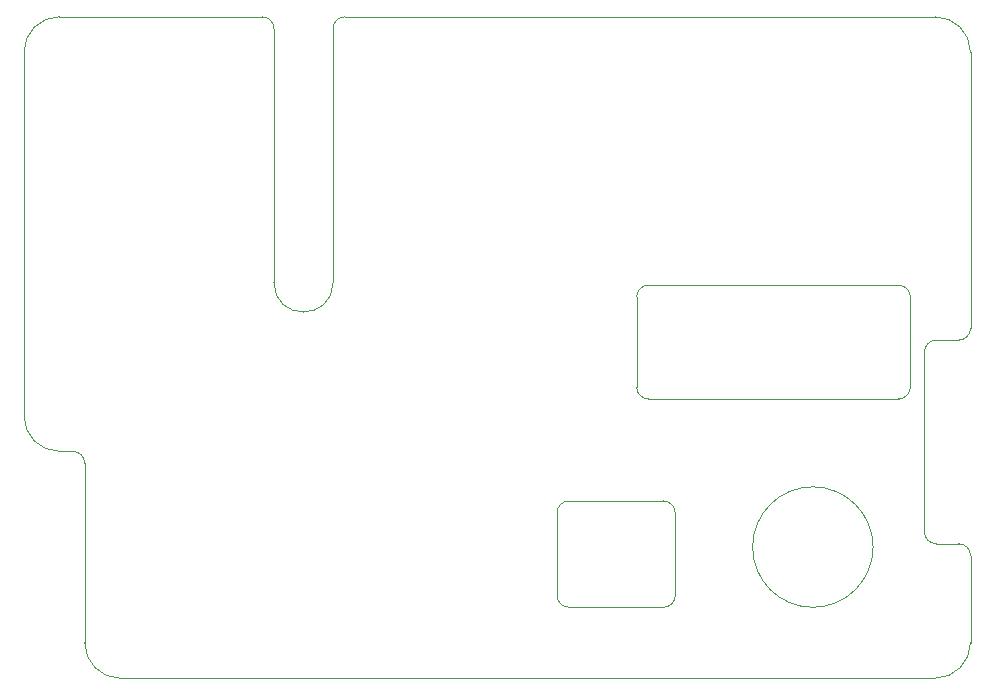
<source format=gbr>
G04 #@! TF.GenerationSoftware,KiCad,Pcbnew,(6.0.1)*
G04 #@! TF.CreationDate,2022-07-27T14:07:59-07:00*
G04 #@! TF.ProjectId,Prime Mover,5072696d-6520-44d6-9f76-65722e6b6963,rev?*
G04 #@! TF.SameCoordinates,Original*
G04 #@! TF.FileFunction,Profile,NP*
%FSLAX46Y46*%
G04 Gerber Fmt 4.6, Leading zero omitted, Abs format (unit mm)*
G04 Created by KiCad (PCBNEW (6.0.1)) date 2022-07-27 14:07:59*
%MOMM*%
%LPD*%
G01*
G04 APERTURE LIST*
G04 #@! TA.AperFunction,Profile*
%ADD10C,0.050000*%
G04 #@! TD*
G04 APERTURE END LIST*
D10*
X18500000Y-13000000D02*
G75*
G03*
X17500000Y-14000000I3J-1000003D01*
G01*
X18500000Y-22000000D02*
X26500000Y-22000000D01*
X17500000Y-14000000D02*
X17500000Y-21000000D01*
X17500000Y-21000000D02*
G75*
G03*
X18500000Y-22000000I1000003J3D01*
G01*
X26500000Y-13000000D02*
X18500000Y-13000000D01*
X27500000Y-14000000D02*
G75*
G03*
X26500000Y-13000000I-1000001J-1D01*
G01*
X26500000Y-22000000D02*
G75*
G03*
X27500000Y-21000000I-1J1000001D01*
G01*
X27500000Y-21000000D02*
X27500000Y-14000000D01*
X44250000Y-16900000D02*
G75*
G03*
X44250000Y-16900000I-5100000J0D01*
G01*
X25225000Y5270000D02*
X46405000Y5270000D01*
X25225000Y5270000D02*
G75*
G03*
X24225000Y4270000I1J-1000001D01*
G01*
X24225000Y4270000D02*
X24225000Y-3350000D01*
X24225000Y-3350000D02*
G75*
G03*
X25225000Y-4350000I1000001J1D01*
G01*
X47404997Y4270000D02*
G75*
G03*
X46405000Y5270000I-999997J3D01*
G01*
X47405000Y-3350000D02*
X47405000Y4270000D01*
X46405000Y-4349997D02*
G75*
G03*
X47405000Y-3350000I3J999997D01*
G01*
X46405000Y-4350000D02*
X25225000Y-4350000D01*
X-27640000Y25000000D02*
X-27640000Y-5800000D01*
X-23500000Y-8800000D02*
X-24640000Y-8800000D01*
X-27640000Y-5800000D02*
G75*
G03*
X-24640000Y-8800000I3000000J0D01*
G01*
X-22500003Y-9800000D02*
G75*
G03*
X-23500000Y-8800000I-999997J3D01*
G01*
X-22500000Y-9800000D02*
X-22500000Y-25000000D01*
X-22500000Y-25000000D02*
G75*
G03*
X-19500000Y-28000000I3000000J0D01*
G01*
X-19500000Y-28000000D02*
X49500000Y-28000000D01*
X49500000Y-28000000D02*
G75*
G03*
X52500000Y-25000000I0J3000000D01*
G01*
X52500000Y-25000000D02*
X52500000Y-17620000D01*
X52499997Y-17620000D02*
G75*
G03*
X51500000Y-16620000I-999997J3D01*
G01*
X49600000Y-16620000D02*
X51500000Y-16620000D01*
X48600000Y-15620000D02*
X48600000Y-380000D01*
X48600003Y-15620000D02*
G75*
G03*
X49600000Y-16620000I999997J-3D01*
G01*
X49600000Y619997D02*
G75*
G03*
X48600000Y-380000I-3J-999997D01*
G01*
X49600000Y620000D02*
X51500000Y620000D01*
X51500000Y620003D02*
G75*
G03*
X52500000Y1620000I3J999997D01*
G01*
X52500000Y25000000D02*
X52500000Y1620000D01*
X52500000Y25000000D02*
G75*
G03*
X49500000Y28000000I-3000000J0D01*
G01*
X-475000Y28000000D02*
X49500000Y28000000D01*
X-475000Y27999997D02*
G75*
G03*
X-1475000Y27000000I-3J-999997D01*
G01*
X-1475000Y27000000D02*
X-1475000Y5500000D01*
X-6475000Y5500000D02*
G75*
G03*
X-1475000Y5500000I2500000J0D01*
G01*
X-6475000Y27000000D02*
X-6475000Y5500000D01*
X-6475003Y27000000D02*
G75*
G03*
X-7475000Y28000000I-999997J3D01*
G01*
X-7475000Y28000000D02*
X-24640000Y28000000D01*
X-24640000Y28000000D02*
G75*
G03*
X-27640000Y25000000I0J-3000000D01*
G01*
M02*

</source>
